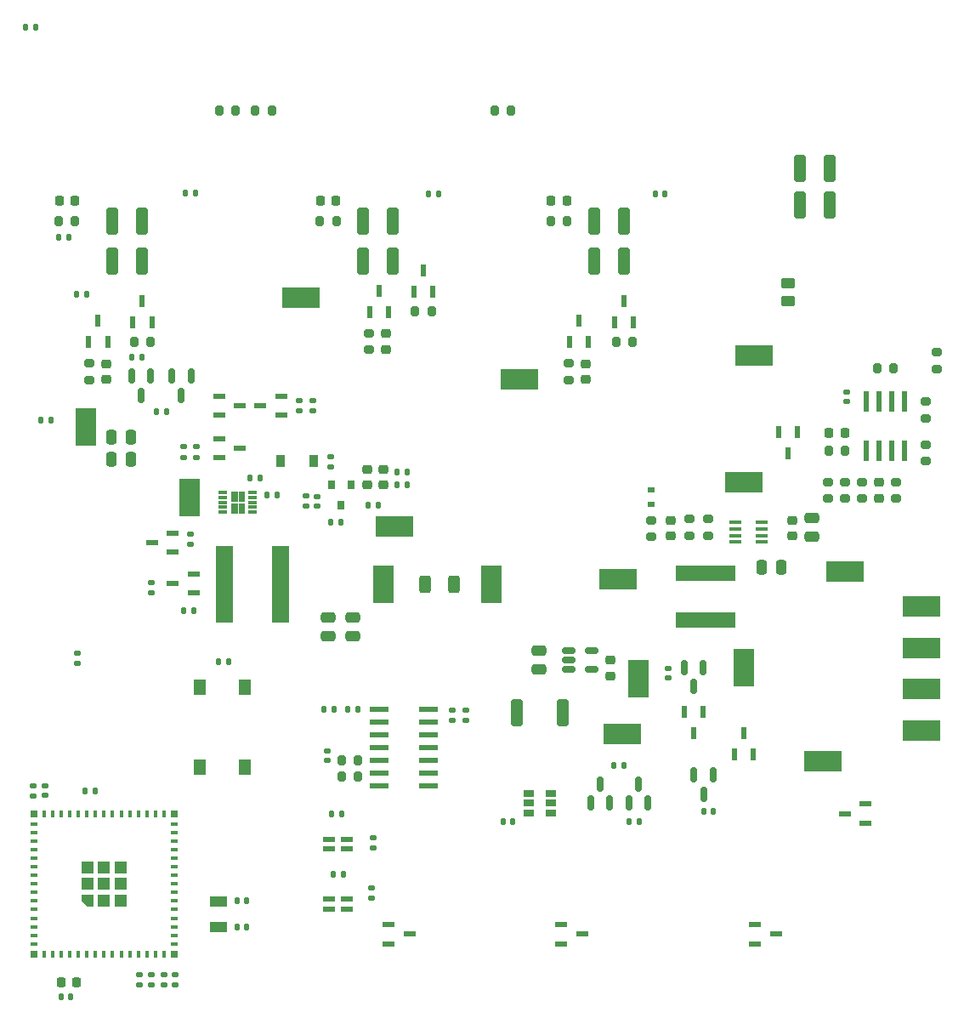
<source format=gtp>
G04 #@! TF.GenerationSoftware,KiCad,Pcbnew,(6.0.6)*
G04 #@! TF.CreationDate,2023-10-25T22:22:06+02:00*
G04 #@! TF.ProjectId,SHS_DCDC,5348535f-4443-4444-932e-6b696361645f,rev?*
G04 #@! TF.SameCoordinates,Original*
G04 #@! TF.FileFunction,Paste,Top*
G04 #@! TF.FilePolarity,Positive*
%FSLAX46Y46*%
G04 Gerber Fmt 4.6, Leading zero omitted, Abs format (unit mm)*
G04 Created by KiCad (PCBNEW (6.0.6)) date 2023-10-25 22:22:06*
%MOMM*%
%LPD*%
G01*
G04 APERTURE LIST*
G04 Aperture macros list*
%AMRoundRect*
0 Rectangle with rounded corners*
0 $1 Rounding radius*
0 $2 $3 $4 $5 $6 $7 $8 $9 X,Y pos of 4 corners*
0 Add a 4 corners polygon primitive as box body*
4,1,4,$2,$3,$4,$5,$6,$7,$8,$9,$2,$3,0*
0 Add four circle primitives for the rounded corners*
1,1,$1+$1,$2,$3*
1,1,$1+$1,$4,$5*
1,1,$1+$1,$6,$7*
1,1,$1+$1,$8,$9*
0 Add four rect primitives between the rounded corners*
20,1,$1+$1,$2,$3,$4,$5,0*
20,1,$1+$1,$4,$5,$6,$7,0*
20,1,$1+$1,$6,$7,$8,$9,0*
20,1,$1+$1,$8,$9,$2,$3,0*%
%AMFreePoly0*
4,1,6,0.600000,-0.600000,-0.600000,-0.600000,-0.600000,0.000000,0.000000,0.600000,0.600000,0.600000,0.600000,-0.600000,0.600000,-0.600000,$1*%
G04 Aperture macros list end*
%ADD10C,0.010000*%
%ADD11R,2.030000X3.800000*%
%ADD12RoundRect,0.200000X-0.275000X0.200000X-0.275000X-0.200000X0.275000X-0.200000X0.275000X0.200000X0*%
%ADD13R,0.600000X1.300000*%
%ADD14RoundRect,0.225000X0.225000X0.250000X-0.225000X0.250000X-0.225000X-0.250000X0.225000X-0.250000X0*%
%ADD15RoundRect,0.250000X0.325000X1.100000X-0.325000X1.100000X-0.325000X-1.100000X0.325000X-1.100000X0*%
%ADD16RoundRect,0.140000X-0.140000X-0.170000X0.140000X-0.170000X0.140000X0.170000X-0.140000X0.170000X0*%
%ADD17R,1.060000X0.650000*%
%ADD18RoundRect,0.250000X0.362500X1.075000X-0.362500X1.075000X-0.362500X-1.075000X0.362500X-1.075000X0*%
%ADD19RoundRect,0.225000X-0.250000X0.225000X-0.250000X-0.225000X0.250000X-0.225000X0.250000X0.225000X0*%
%ADD20RoundRect,0.200000X0.200000X0.275000X-0.200000X0.275000X-0.200000X-0.275000X0.200000X-0.275000X0*%
%ADD21R,0.600000X2.000000*%
%ADD22RoundRect,0.140000X-0.170000X0.140000X-0.170000X-0.140000X0.170000X-0.140000X0.170000X0.140000X0*%
%ADD23RoundRect,0.200000X-0.200000X-0.275000X0.200000X-0.275000X0.200000X0.275000X-0.200000X0.275000X0*%
%ADD24RoundRect,0.200000X0.275000X-0.200000X0.275000X0.200000X-0.275000X0.200000X-0.275000X-0.200000X0*%
%ADD25R,1.200000X0.400000*%
%ADD26RoundRect,0.250000X-0.250000X-0.475000X0.250000X-0.475000X0.250000X0.475000X-0.250000X0.475000X0*%
%ADD27RoundRect,0.250000X-0.475000X0.250000X-0.475000X-0.250000X0.475000X-0.250000X0.475000X0.250000X0*%
%ADD28R,1.300000X0.600000*%
%ADD29RoundRect,0.250000X-0.325000X-1.100000X0.325000X-1.100000X0.325000X1.100000X-0.325000X1.100000X0*%
%ADD30RoundRect,0.250000X-0.450000X0.262500X-0.450000X-0.262500X0.450000X-0.262500X0.450000X0.262500X0*%
%ADD31R,5.900000X1.600000*%
%ADD32R,0.800000X0.900000*%
%ADD33RoundRect,0.135000X-0.185000X0.135000X-0.185000X-0.135000X0.185000X-0.135000X0.185000X0.135000X0*%
%ADD34RoundRect,0.135000X0.135000X0.185000X-0.135000X0.185000X-0.135000X-0.185000X0.135000X-0.185000X0*%
%ADD35R,1.800000X7.700000*%
%ADD36RoundRect,0.135000X-0.135000X-0.185000X0.135000X-0.185000X0.135000X0.185000X-0.135000X0.185000X0*%
%ADD37R,0.400000X0.800000*%
%ADD38R,0.800000X0.400000*%
%ADD39R,0.800000X0.800000*%
%ADD40FreePoly0,90.000000*%
%ADD41R,1.200000X1.200000*%
%ADD42RoundRect,0.140000X0.170000X-0.140000X0.170000X0.140000X-0.170000X0.140000X-0.170000X-0.140000X0*%
%ADD43R,3.800000X2.030000*%
%ADD44RoundRect,0.135000X0.185000X-0.135000X0.185000X0.135000X-0.185000X0.135000X-0.185000X-0.135000X0*%
%ADD45RoundRect,0.250000X0.312500X0.625000X-0.312500X0.625000X-0.312500X-0.625000X0.312500X-0.625000X0*%
%ADD46R,0.900000X1.200000*%
%ADD47R,1.970000X0.600000*%
%ADD48RoundRect,0.150000X0.150000X-0.587500X0.150000X0.587500X-0.150000X0.587500X-0.150000X-0.587500X0*%
%ADD49RoundRect,0.140000X0.140000X0.170000X-0.140000X0.170000X-0.140000X-0.170000X0.140000X-0.170000X0*%
%ADD50RoundRect,0.250000X0.475000X-0.250000X0.475000X0.250000X-0.475000X0.250000X-0.475000X-0.250000X0*%
%ADD51RoundRect,0.225000X0.250000X-0.225000X0.250000X0.225000X-0.250000X0.225000X-0.250000X-0.225000X0*%
%ADD52RoundRect,0.250000X0.250000X0.475000X-0.250000X0.475000X-0.250000X-0.475000X0.250000X-0.475000X0*%
%ADD53R,1.200000X0.600000*%
%ADD54R,0.700000X0.600000*%
%ADD55RoundRect,0.150000X-0.150000X0.587500X-0.150000X-0.587500X0.150000X-0.587500X0.150000X0.587500X0*%
%ADD56R,1.800000X1.000000*%
%ADD57RoundRect,0.150000X-0.512500X-0.150000X0.512500X-0.150000X0.512500X0.150000X-0.512500X0.150000X0*%
%ADD58RoundRect,0.009000X0.416000X0.141000X-0.416000X0.141000X-0.416000X-0.141000X0.416000X-0.141000X0*%
%ADD59R,1.300000X1.550000*%
G04 APERTURE END LIST*
G36*
X26650000Y-48905000D02*
G01*
X26120000Y-48905000D01*
X26120000Y-47955000D01*
X26650000Y-47955000D01*
X26650000Y-48905000D01*
G37*
D10*
X26650000Y-48905000D02*
X26120000Y-48905000D01*
X26120000Y-47955000D01*
X26650000Y-47955000D01*
X26650000Y-48905000D01*
G36*
X25930000Y-50045000D02*
G01*
X25400000Y-50045000D01*
X25400000Y-49095000D01*
X25930000Y-49095000D01*
X25930000Y-50045000D01*
G37*
X25930000Y-50045000D02*
X25400000Y-50045000D01*
X25400000Y-49095000D01*
X25930000Y-49095000D01*
X25930000Y-50045000D01*
G36*
X26650000Y-50045000D02*
G01*
X26120000Y-50045000D01*
X26120000Y-49095000D01*
X26650000Y-49095000D01*
X26650000Y-50045000D01*
G37*
X26650000Y-50045000D02*
X26120000Y-50045000D01*
X26120000Y-49095000D01*
X26650000Y-49095000D01*
X26650000Y-50045000D01*
G36*
X25930000Y-48905000D02*
G01*
X25400000Y-48905000D01*
X25400000Y-47955000D01*
X25930000Y-47955000D01*
X25930000Y-48905000D01*
G37*
X25930000Y-48905000D02*
X25400000Y-48905000D01*
X25400000Y-47955000D01*
X25930000Y-47955000D01*
X25930000Y-48905000D01*
D11*
X65900000Y-66600000D03*
D12*
X11200000Y-35175000D03*
X11200000Y-36825000D03*
D13*
X11150000Y-33050000D03*
X13050000Y-33050000D03*
X12100000Y-30950000D03*
X15550000Y-31050000D03*
X17450000Y-31050000D03*
X16500000Y-28950000D03*
D14*
X9775000Y-19000000D03*
X8225000Y-19000000D03*
D15*
X16475000Y-25000000D03*
X13525000Y-25000000D03*
X16475000Y-21000000D03*
X13525000Y-21000000D03*
D16*
X52420000Y-80800000D03*
X53380000Y-80800000D03*
D17*
X57200000Y-79900000D03*
X57200000Y-78950000D03*
X57200000Y-78000000D03*
X55000000Y-78000000D03*
X55000000Y-78950000D03*
X55000000Y-79900000D03*
D18*
X58412500Y-69950000D03*
X53787500Y-69950000D03*
D19*
X12900000Y-35225000D03*
X12900000Y-36775000D03*
D20*
X35825000Y-21000000D03*
X34175000Y-21000000D03*
D19*
X40800000Y-32225000D03*
X40800000Y-33775000D03*
D15*
X41475000Y-21000000D03*
X38525000Y-21000000D03*
X41475000Y-25000000D03*
X38525000Y-25000000D03*
D14*
X35775000Y-19000000D03*
X34225000Y-19000000D03*
X58775000Y-19000000D03*
X57225000Y-19000000D03*
D19*
X60700000Y-35225000D03*
X60700000Y-36775000D03*
D15*
X64475000Y-21000000D03*
X61525000Y-21000000D03*
X64475000Y-25000000D03*
X61525000Y-25000000D03*
D13*
X43550000Y-28050000D03*
X45450000Y-28050000D03*
X44500000Y-25950000D03*
X59050000Y-33050000D03*
X60950000Y-33050000D03*
X60000000Y-30950000D03*
X63550000Y-31050000D03*
X65450000Y-31050000D03*
X64500000Y-28950000D03*
D12*
X39100000Y-32175000D03*
X39100000Y-33825000D03*
D20*
X45325000Y-30000000D03*
X43675000Y-30000000D03*
D12*
X59000000Y-35175000D03*
X59000000Y-36825000D03*
D20*
X65325000Y-33000000D03*
X63675000Y-33000000D03*
X17325000Y-33000000D03*
X15675000Y-33000000D03*
D13*
X39150000Y-30050000D03*
X41050000Y-30050000D03*
X40100000Y-27950000D03*
D20*
X9825000Y-21000000D03*
X8175000Y-21000000D03*
X58825000Y-21000000D03*
X57175000Y-21000000D03*
D21*
X88595000Y-43850000D03*
X89865000Y-43850000D03*
X91135000Y-43850000D03*
X92405000Y-43850000D03*
X92405000Y-38950000D03*
X91135000Y-38950000D03*
X89865000Y-38950000D03*
X88595000Y-38950000D03*
D22*
X86700000Y-38020000D03*
X86700000Y-38980000D03*
D19*
X89900000Y-47025000D03*
X89900000Y-48575000D03*
D12*
X88200000Y-46975000D03*
X88200000Y-48625000D03*
D23*
X84875000Y-43900000D03*
X86525000Y-43900000D03*
D24*
X95600000Y-35725000D03*
X95600000Y-34075000D03*
X94500000Y-40625000D03*
X94500000Y-38975000D03*
D12*
X94500000Y-43275000D03*
X94500000Y-44925000D03*
D24*
X91600000Y-48625000D03*
X91600000Y-46975000D03*
D25*
X78200000Y-52975000D03*
X78200000Y-52325000D03*
X78200000Y-51675000D03*
X78200000Y-51025000D03*
X75600000Y-51025000D03*
X75600000Y-51675000D03*
X75600000Y-52325000D03*
X75600000Y-52975000D03*
D26*
X78200000Y-55500000D03*
X80100000Y-55500000D03*
D24*
X72900000Y-52325000D03*
X72900000Y-50675000D03*
X71000000Y-52325000D03*
X71000000Y-50675000D03*
D27*
X83200000Y-50550000D03*
X83200000Y-52450000D03*
D19*
X81200000Y-50825000D03*
X81200000Y-52375000D03*
D13*
X81750000Y-42050000D03*
X79850000Y-42050000D03*
X80800000Y-44150000D03*
D28*
X77550000Y-91050000D03*
X77550000Y-92950000D03*
X79650000Y-92000000D03*
X58250000Y-91050000D03*
X58250000Y-92950000D03*
X60350000Y-92000000D03*
X88550000Y-80950000D03*
X88550000Y-79050000D03*
X86450000Y-80000000D03*
D23*
X89675000Y-35700000D03*
X91325000Y-35700000D03*
D14*
X86475000Y-42100000D03*
X84925000Y-42100000D03*
D29*
X82025000Y-19400000D03*
X84975000Y-19400000D03*
D30*
X80800000Y-27187500D03*
X80800000Y-29012500D03*
D29*
X82025000Y-15800000D03*
X84975000Y-15800000D03*
D31*
X72600000Y-56050000D03*
X72600000Y-60750000D03*
D28*
X41050000Y-91050000D03*
X41050000Y-92950000D03*
X43150000Y-92000000D03*
D16*
X27245000Y-46600000D03*
X28205000Y-46600000D03*
D32*
X37260000Y-47300000D03*
X35360000Y-47300000D03*
X36310000Y-49300000D03*
D33*
X35310000Y-44490000D03*
X35310000Y-45510000D03*
D27*
X35000000Y-60450000D03*
X35000000Y-62350000D03*
D34*
X42910000Y-47300000D03*
X41890000Y-47300000D03*
D35*
X30300000Y-57200000D03*
X24700000Y-57200000D03*
D36*
X41890000Y-46000000D03*
X42910000Y-46000000D03*
X39000000Y-49300000D03*
X40020000Y-49300000D03*
D27*
X37500000Y-60450000D03*
X37500000Y-62350000D03*
D37*
X6750000Y-94000000D03*
X7600000Y-94000000D03*
X8450000Y-94000000D03*
X9300000Y-94000000D03*
X10150000Y-94000000D03*
X11000000Y-94000000D03*
X11850000Y-94000000D03*
X12700000Y-94000000D03*
X13550000Y-94000000D03*
X14400000Y-94000000D03*
X15250000Y-94000000D03*
X16100000Y-94000000D03*
X16950000Y-94000000D03*
X17800000Y-94000000D03*
X18650000Y-94000000D03*
D38*
X19700000Y-92950000D03*
X19700000Y-92100000D03*
X19700000Y-91250000D03*
X19700000Y-90400000D03*
X19700000Y-89550000D03*
X19700000Y-88700000D03*
X19700000Y-87850000D03*
X19700000Y-87000000D03*
X19700000Y-86150000D03*
X19700000Y-85300000D03*
X19700000Y-84450000D03*
X19700000Y-83600000D03*
X19700000Y-82750000D03*
X19700000Y-81900000D03*
X19700000Y-81050000D03*
D37*
X18650000Y-80000000D03*
X17800000Y-80000000D03*
X16950000Y-80000000D03*
X16100000Y-80000000D03*
X15250000Y-80000000D03*
X14400000Y-80000000D03*
X13550000Y-80000000D03*
X12700000Y-80000000D03*
X11850000Y-80000000D03*
X11000000Y-80000000D03*
X10150000Y-80000000D03*
X9300000Y-80000000D03*
X8450000Y-80000000D03*
X7600000Y-80000000D03*
X6750000Y-80000000D03*
D38*
X5700000Y-83600000D03*
D39*
X5700000Y-94000000D03*
D40*
X11050000Y-88650000D03*
D38*
X5700000Y-81900000D03*
D39*
X19700000Y-80000000D03*
D41*
X12700000Y-88650000D03*
D38*
X5700000Y-82750000D03*
D39*
X5700000Y-80050000D03*
D41*
X11050000Y-87000000D03*
X14350000Y-87000000D03*
X11050000Y-85350000D03*
D38*
X5700000Y-87000000D03*
D41*
X12700000Y-87000000D03*
X14350000Y-88650000D03*
D38*
X5700000Y-92100000D03*
X5700000Y-87850000D03*
D41*
X12700000Y-85350000D03*
D38*
X5700000Y-81050000D03*
X5700000Y-86150000D03*
X5700000Y-92950000D03*
X5700000Y-90400000D03*
X5700000Y-91250000D03*
D41*
X14350000Y-85350000D03*
D38*
X5700000Y-89550000D03*
X5700000Y-85300000D03*
X5700000Y-84450000D03*
D39*
X19700000Y-94000000D03*
D38*
X5700000Y-88700000D03*
D14*
X9975000Y-96800000D03*
X8425000Y-96800000D03*
D42*
X6800000Y-78180000D03*
X6800000Y-77220000D03*
D43*
X32300000Y-28600000D03*
D44*
X32800000Y-49410000D03*
X32800000Y-48390000D03*
D43*
X64300000Y-72100000D03*
D42*
X10000000Y-65000000D03*
X10000000Y-64040000D03*
D45*
X47562500Y-57200000D03*
X44637500Y-57200000D03*
D46*
X30250000Y-44900000D03*
X33550000Y-44900000D03*
D47*
X40095000Y-69590000D03*
X40095000Y-70860000D03*
X40095000Y-72130000D03*
X40095000Y-73400000D03*
X40095000Y-74670000D03*
X40095000Y-75940000D03*
X40095000Y-77210000D03*
X45045000Y-77210000D03*
X45045000Y-75940000D03*
X45045000Y-74670000D03*
X45045000Y-73400000D03*
X45045000Y-72130000D03*
X45045000Y-70860000D03*
X45045000Y-69590000D03*
D19*
X63100000Y-64725000D03*
X63100000Y-66275000D03*
D20*
X29425000Y-10000000D03*
X27775000Y-10000000D03*
D34*
X5910000Y-1700000D03*
X4890000Y-1700000D03*
D22*
X34900000Y-73720000D03*
X34900000Y-74680000D03*
D33*
X21900000Y-43490000D03*
X21900000Y-44510000D03*
D43*
X84300000Y-74800000D03*
D48*
X64950000Y-78937500D03*
X66850000Y-78937500D03*
X65900000Y-77062500D03*
D43*
X77400000Y-34400000D03*
D49*
X9380000Y-98200000D03*
X8420000Y-98200000D03*
D50*
X56000000Y-65650000D03*
X56000000Y-63750000D03*
D51*
X69100000Y-52375000D03*
X69100000Y-50825000D03*
D34*
X36510000Y-86000000D03*
X35490000Y-86000000D03*
D23*
X24175000Y-10000000D03*
X25825000Y-10000000D03*
D43*
X94100000Y-63500000D03*
D52*
X15350000Y-42500000D03*
X13450000Y-42500000D03*
D43*
X94100000Y-71700000D03*
D34*
X11010000Y-28300000D03*
X9990000Y-28300000D03*
D43*
X54100000Y-36800000D03*
D11*
X76400000Y-65500000D03*
D22*
X68900000Y-65520000D03*
X68900000Y-66480000D03*
D53*
X35100000Y-89475000D03*
X36900000Y-89475000D03*
X36900000Y-88525000D03*
X35100000Y-88525000D03*
D43*
X41600000Y-51400000D03*
D13*
X72350000Y-69900000D03*
X70450000Y-69900000D03*
X71400000Y-72000000D03*
D16*
X25920000Y-91300000D03*
X26880000Y-91300000D03*
X20820000Y-18200000D03*
X21780000Y-18200000D03*
X67620000Y-18300000D03*
X68580000Y-18300000D03*
D54*
X67200000Y-47800000D03*
X67200000Y-49200000D03*
D55*
X21350000Y-36462500D03*
X19450000Y-36462500D03*
X20400000Y-38337500D03*
D43*
X94100000Y-67600000D03*
D13*
X75450000Y-74100000D03*
X77350000Y-74100000D03*
X76400000Y-72000000D03*
D55*
X73350000Y-76162500D03*
X71450000Y-76162500D03*
X72400000Y-78037500D03*
D43*
X76400000Y-47000000D03*
D28*
X24150000Y-42650000D03*
X24150000Y-44550000D03*
X26250000Y-43600000D03*
D20*
X37995000Y-76300000D03*
X36345000Y-76300000D03*
D34*
X21610000Y-59800000D03*
X20590000Y-59800000D03*
D51*
X38900000Y-47275000D03*
X38900000Y-45725000D03*
D11*
X40500000Y-57200000D03*
D34*
X64510000Y-75200000D03*
X63490000Y-75200000D03*
D28*
X24150000Y-38450000D03*
X24150000Y-40350000D03*
X26250000Y-39400000D03*
D56*
X24100000Y-88750000D03*
X24100000Y-91250000D03*
D28*
X19550000Y-53950000D03*
X19550000Y-52050000D03*
X17450000Y-53000000D03*
D33*
X39300000Y-87390000D03*
X39300000Y-88410000D03*
D16*
X25940000Y-88700000D03*
X26900000Y-88700000D03*
D20*
X53225000Y-10000000D03*
X51575000Y-10000000D03*
D33*
X5600000Y-77190000D03*
X5600000Y-78210000D03*
X19800000Y-95990000D03*
X19800000Y-97010000D03*
D11*
X10900000Y-41500000D03*
D48*
X61150000Y-78937500D03*
X63050000Y-78937500D03*
X62100000Y-77062500D03*
D23*
X36345000Y-74700000D03*
X37995000Y-74700000D03*
D51*
X40500000Y-47275000D03*
X40500000Y-45725000D03*
D16*
X72420000Y-79800000D03*
X73380000Y-79800000D03*
D33*
X21300000Y-52190000D03*
X21300000Y-53210000D03*
D44*
X17400000Y-97010000D03*
X17400000Y-95990000D03*
D55*
X17350000Y-36462500D03*
X15450000Y-36462500D03*
X16400000Y-38337500D03*
D57*
X58962500Y-63750000D03*
X58962500Y-64700000D03*
X58962500Y-65650000D03*
X61237500Y-65650000D03*
X61237500Y-63750000D03*
D34*
X66010000Y-80800000D03*
X64990000Y-80800000D03*
X35580000Y-69600000D03*
X34560000Y-69600000D03*
X9210000Y-22600000D03*
X8190000Y-22600000D03*
D11*
X51300000Y-57200000D03*
D44*
X20600000Y-44510000D03*
X20600000Y-43490000D03*
D43*
X86500000Y-55900000D03*
D24*
X86500000Y-48625000D03*
X86500000Y-46975000D03*
D34*
X7410000Y-40800000D03*
X6390000Y-40800000D03*
D16*
X28945000Y-48300000D03*
X29905000Y-48300000D03*
D22*
X33500000Y-38920000D03*
X33500000Y-39880000D03*
D52*
X15350000Y-44700000D03*
X13450000Y-44700000D03*
D22*
X33900000Y-48420000D03*
X33900000Y-49380000D03*
D28*
X21650000Y-58050000D03*
X21650000Y-56150000D03*
X19550000Y-57100000D03*
D16*
X45020000Y-18300000D03*
X45980000Y-18300000D03*
D12*
X67200000Y-50775000D03*
X67200000Y-52425000D03*
D44*
X18650000Y-97010000D03*
X18650000Y-95990000D03*
D33*
X17400000Y-56990000D03*
X17400000Y-58010000D03*
D11*
X21200000Y-48500000D03*
D49*
X25080000Y-64900000D03*
X24120000Y-64900000D03*
D36*
X17890000Y-40000000D03*
X18910000Y-40000000D03*
X35300000Y-51000000D03*
X36320000Y-51000000D03*
X15490000Y-34600000D03*
X16510000Y-34600000D03*
D55*
X72350000Y-65462500D03*
X70450000Y-65462500D03*
X71400000Y-67337500D03*
D44*
X32100000Y-39910000D03*
X32100000Y-38890000D03*
D36*
X10790000Y-77700000D03*
X11810000Y-77700000D03*
D58*
X27500000Y-50000000D03*
X27500000Y-49500000D03*
X27500000Y-49000000D03*
X27500000Y-48500000D03*
X24550000Y-48000000D03*
X24550000Y-48500000D03*
X27500000Y-48000000D03*
X24550000Y-49000000D03*
X24550000Y-49500000D03*
X24550000Y-50000000D03*
D44*
X47400000Y-70710000D03*
X47400000Y-69690000D03*
D33*
X16200000Y-95990000D03*
X16200000Y-97010000D03*
D43*
X94100000Y-59400000D03*
D33*
X39500000Y-82390000D03*
X39500000Y-83410000D03*
D43*
X63900000Y-56700000D03*
D53*
X35100000Y-83475000D03*
X36900000Y-83475000D03*
X36900000Y-82525000D03*
X35100000Y-82525000D03*
D28*
X30350000Y-40350000D03*
X30350000Y-38450000D03*
X28250000Y-39400000D03*
D33*
X48700000Y-69690000D03*
X48700000Y-70710000D03*
D34*
X37980000Y-69600000D03*
X36960000Y-69600000D03*
D12*
X84800000Y-46975000D03*
X84800000Y-48625000D03*
D34*
X36410000Y-80000000D03*
X35390000Y-80000000D03*
D59*
X22240000Y-75335000D03*
X22240000Y-67385000D03*
X26740000Y-75335000D03*
X26740000Y-67385000D03*
M02*

</source>
